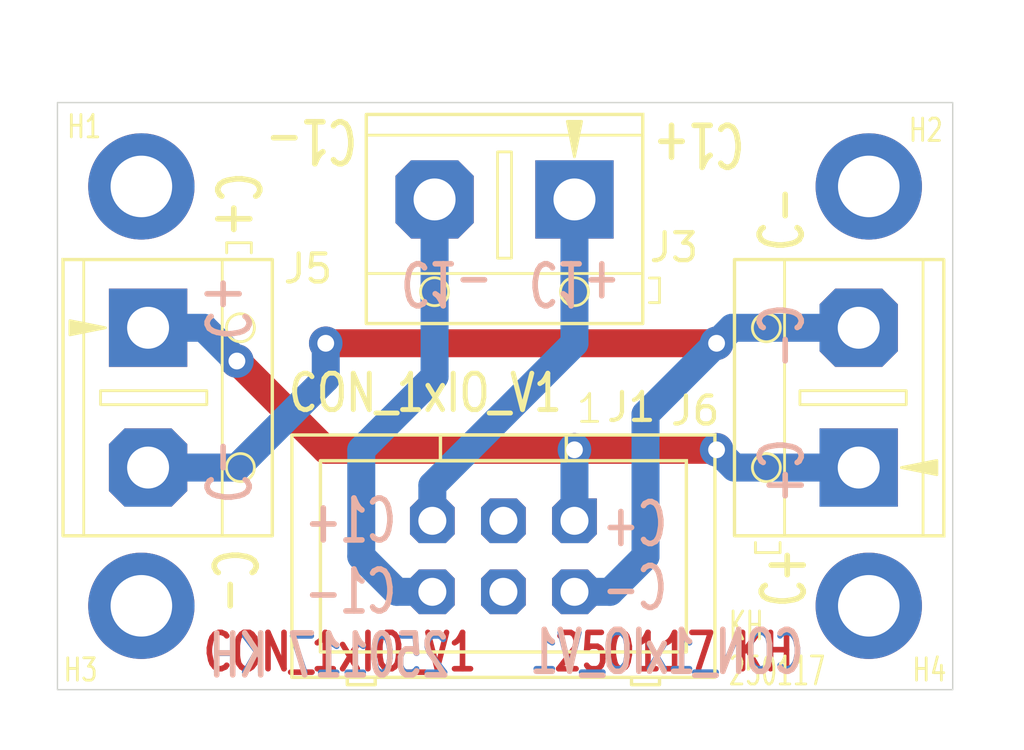
<source format=kicad_pcb>
(kicad_pcb (version 20240108) (generator "pcbnew") (generator_version "8.0")
  (layers (0 "F.Cu" signal) (31 "B.Cu" signal) (34 "B.Paste" user) (35 "F.Paste" user) (36 "B.SilkS" user "B.Silkscreen") (37 "F.SilkS" user "F.Silkscreen") (38 "B.Mask" user) (39 "F.Mask" user) (44 "Edge.Cuts" user))
  (net 0 "")
  (net 2 "/C+")
  (net 3 "/C1+")
  (net 4 "/C1-")
  (net 5 "/C-")
  (footprint "_kh_library:MountingHole_2.2mm_M2_Pad_TopBottom_kh" (layer "F.Cu") (at 79.1 64)
    (property "Reference" "H4" (at 2.166 2.294 0) (layer "F.SilkS") (effects (font (size 0.8 0.6) (thickness 0.1) (bold yes))))
    (property "Value" "MountingHole")
    (pad "1" thru_hole circle (at 0 0) (size 2.6 2.6) (drill 2.2) (layers "*.Cu" "*.Mask"))
    (pad "1" connect circle (at 0 0) (size 3.8 3.8) (layers "F.Cu" "F.Mask"))
    (pad "1" connect circle (at 0 0) (size 3.8 3.8) (layers "B.Cu" "B.Mask"))
  )
  (footprint "_kh_library:MountingHole_2.2mm_M2_Pad_TopBottom_kh" (layer "F.Cu") (at 53.1 64)
    (property "Reference" "H3" (at -2.173 2.294 0) (layer "F.SilkS") (effects (font (size 0.8 0.6) (thickness 0.1))))
    (property "Value" "MountingHole")
    (pad "1" thru_hole circle (at 0 0) (size 2.6 2.6) (drill 2.2) (layers "*.Cu" "*.Mask"))
    (pad "1" connect circle (at 0 0) (size 3.8 3.8) (layers "F.Cu" "F.Mask"))
    (pad "1" connect circle (at 0 0) (size 3.8 3.8) (layers "B.Cu" "B.Mask"))
  )
  (footprint "_kh_library:Screw_Terminal_01x02_P5" (layer "F.Cu") (at 78.74 59.055 180)
    (property "Reference" "J6" (at 5.842 2.032 180) (layer "F.SilkS"))
    (property "Value" "Screw_Terminal_01x02_P5")
    (fp_line (start 3.69 -3.04) (end 3.69 -2.68) (stroke (width 0.1)) (layer "F.SilkS"))
    (fp_line (start 2.81 -3.04) (end 3.69 -3.04) (stroke (width 0.1)) (layer "F.SilkS"))
    (fp_line (start 2.81 -3.04) (end 2.81 -2.68) (stroke (width 0.1)) (layer "F.SilkS"))
    (fp_line (start 2.65 -2.44) (end 2.65 7.44) (stroke (width 0.1)) (layer "F.SilkS"))
    (fp_line (start -2.3 -2.44) (end -2.3 7.44) (stroke (width 0.1)) (layer "F.SilkS"))
    (fp_rect (start -1.7 2.25) (end 2.1 2.75) (stroke (width 0.1)) (fill none) (layer "F.SilkS"))
    (fp_rect (start -3.04 -2.44) (end 4.44 7.44) (stroke (width 0.12)) (fill none) (layer "F.SilkS"))
    (fp_circle (center 3.3 5) (end 3.8 5) (stroke (width 0.1)) (fill none) (layer "F.SilkS"))
    (fp_circle (center 3.3 0) (end 3.8 0) (stroke (width 0.1)) (fill none) (layer "F.SilkS"))
    (fp_poly (pts (xy -2.794 -0.254) (xy -1.524 0) (xy -2.794 0.254)) (stroke (width 0.1)) (fill solid) (layer "F.SilkS"))
    (pad "1" thru_hole rect (at 0 0 180) (size 2.8 2.8) (drill 1.5) (layers "*.Cu" "*.Mask") (net 2 "/C+"))
    (pad "2" thru_hole roundrect (at 0 5 180) (size 2.8 2.8) (drill 1.5) (layers "*.Cu" "*.Mask") (roundrect_rratio 0) (chamfer_ratio 0.2) (chamfer top_left top_right bottom_left bottom_right) (net 5 "/C-"))
  )
  (footprint "_kh_library:Screw_Terminal_01x02_P5" (layer "F.Cu") (at 53.34 54.055)
    (property "Reference" "J5" (at 5.715 -2.112 180) (layer "F.SilkS"))
    (property "Value" "Screw_Terminal_01x02_P5")
    (fp_line (start -2.3 -2.44) (end -2.3 7.44) (stroke (width 0.1)) (layer "F.SilkS"))
    (fp_line (start 2.65 -2.44) (end 2.65 7.44) (stroke (width 0.1)) (layer "F.SilkS"))
    (fp_line (start 2.81 -3.04) (end 2.81 -2.68) (stroke (width 0.1)) (layer "F.SilkS"))
    (fp_line (start 2.81 -3.04) (end 3.69 -3.04) (stroke (width 0.1)) (layer "F.SilkS"))
    (fp_line (start 3.69 -3.04) (end 3.69 -2.68) (stroke (width 0.1)) (layer "F.SilkS"))
    (fp_rect (start -3.04 -2.44) (end 4.44 7.44) (stroke (width 0.12)) (fill none) (layer "F.SilkS"))
    (fp_rect (start -1.7 2.25) (end 2.1 2.75) (stroke (width 0.1)) (fill none) (layer "F.SilkS"))
    (fp_circle (center 3.3 0) (end 3.8 0) (stroke (width 0.1)) (fill none) (layer "F.SilkS"))
    (fp_circle (center 3.3 5) (end 3.8 5) (stroke (width 0.1)) (fill none) (layer "F.SilkS"))
    (fp_poly (pts (xy -2.794 -0.254) (xy -1.524 0) (xy -2.794 0.254)) (stroke (width 0.1)) (fill solid) (layer "F.SilkS"))
    (pad "1" thru_hole rect (at 0 0) (size 2.8 2.8) (drill 1.5) (layers "*.Cu" "*.Mask") (net 2 "/C+"))
    (pad "2" thru_hole roundrect (at 0 5) (size 2.8 2.8) (drill 1.5) (layers "*.Cu" "*.Mask") (roundrect_rratio 0) (chamfer_ratio 0.2) (chamfer top_left top_right bottom_left bottom_right) (net 5 "/C-"))
  )
  (footprint "_kh_library:MountingHole_2.2mm_M2_Pad_TopBottom_kh" (layer "F.Cu") (at 53.1 49)
    (property "Reference" "H1" (at -2.046 -2.137 0) (layer "F.SilkS") (effects (font (size 0.8 0.6) (thickness 0.1))))
    (property "Value" "MountingHole")
    (pad "1" thru_hole circle (at 0 0) (size 2.6 2.6) (drill 2.2) (layers "*.Cu" "*.Mask"))
    (pad "1" connect circle (at 0 0) (size 3.8 3.8) (layers "F.Cu" "F.Mask"))
    (pad "1" connect circle (at 0 0) (size 3.8 3.8) (layers "B.Cu" "B.Mask"))
  )
  (footprint "_kh_library:Box_02x03_P2.54mm_Vertical_kh" (layer "F.Cu") (at 68.58 60.96 180)
    (property "Reference" "J1" (at -2.032 4.064 0) (layer "F.SilkS"))
    (property "Value" "Box_02x03_P2.54_Vertical")
    (fp_rect (start 7.12 -5.6) (end 8.12 -5.86) (stroke (width 0.12)) (fill none) (layer "F.SilkS"))
    (fp_rect (start 0.29 3.07) (end 4.79 2.15) (stroke (width 0.12)) (fill none) (layer "F.SilkS"))
    (fp_rect (start -3.04 -5.6) (end -2.04 -5.86) (stroke (width 0.12)) (fill none) (layer "F.SilkS"))
    (fp_rect (start -4 2.15) (end 9.08 -4.69) (stroke (width 0.12)) (fill none) (layer "F.SilkS"))
    (fp_rect (start -5.02 3.07) (end 10.1 -5.6) (stroke (width 0.12)) (fill none) (layer "F.SilkS"))
    (fp_text user "1" (at 0 3.429 0) (layer "F.SilkS") (effects (font (thickness 0.1)) (justify left bottom)))
    (pad "1" thru_hole roundrect (at 0 0 180) (size 1.6 1.6) (drill 1) (layers "*.Cu" "*.Mask") (roundrect_rratio 0) (chamfer_ratio 0.2) (chamfer top_left top_right bottom_right) (net 2 "/C+"))
    (pad "2" thru_hole roundrect (at 0 -2.54 180) (size 1.6 1.6) (drill 1) (layers "*.Cu" "*.Mask") (roundrect_rratio 0) (chamfer_ratio 0.2) (chamfer top_left top_right bottom_left bottom_right) (net 5 "/C-"))
    (pad "3" thru_hole roundrect (at 2.54 0 180) (size 1.6 1.6) (drill 1) (layers "*.Cu" "*.Mask") (roundrect_rratio 0) (chamfer_ratio 0.2) (chamfer top_left top_right bottom_left bottom_right))
    (pad "4" thru_hole roundrect (at 2.54 -2.54 180) (size 1.6 1.6) (drill 1) (layers "*.Cu" "*.Mask") (roundrect_rratio 0) (chamfer_ratio 0.2) (chamfer top_left top_right bottom_left bottom_right))
    (pad "5" thru_hole roundrect (at 5.08 0 180) (size 1.6 1.6) (drill 1) (layers "*.Cu" "*.Mask") (roundrect_rratio 0) (chamfer_ratio 0.2) (chamfer top_left top_right bottom_left bottom_right) (net 3 "/C1+"))
    (pad "6" thru_hole roundrect (at 5.08 -2.54 180) (size 1.6 1.6) (drill 1) (layers "*.Cu" "*.Mask") (roundrect_rratio 0) (chamfer_ratio 0.2) (chamfer top_left top_right bottom_left bottom_right) (net 4 "/C1-"))
  )
  (footprint "_kh_library:Screw_Terminal_01x02_P5" (layer "F.Cu") (at 68.58 49.465 -90)
    (property "Reference" "J3" (at 1.716 -3.556 0) (layer "F.SilkS"))
    (property "Value" "Screw_Terminal_01x02_P5")
    (fp_line (start -2.3 -2.44) (end -2.3 7.44) (stroke (width 0.1)) (layer "F.SilkS"))
    (fp_line (start 2.65 -2.44) (end 2.65 7.44) (stroke (width 0.1)) (layer "F.SilkS"))
    (fp_line (start 2.81 -3.04) (end 2.81 -2.68) (stroke (width 0.1)) (layer "F.SilkS"))
    (fp_line (start 2.81 -3.04) (end 3.69 -3.04) (stroke (width 0.1)) (layer "F.SilkS"))
    (fp_line (start 3.69 -3.04) (end 3.69 -2.68) (stroke (width 0.1)) (layer "F.SilkS"))
    (fp_rect (start -1.7 2.25) (end 2.1 2.75) (stroke (width 0.1)) (fill none) (layer "F.SilkS"))
    (fp_rect (start -3.04 -2.44) (end 4.44 7.44) (stroke (width 0.12)) (fill none) (layer "F.SilkS"))
    (fp_circle (center 3.3 5) (end 3.8 5) (stroke (width 0.1)) (fill none) (layer "F.SilkS"))
    (fp_circle (center 3.3 0) (end 3.8 0) (stroke (width 0.1)) (fill none) (layer "F.SilkS"))
    (fp_poly (pts (xy -2.794 -0.254) (xy -1.524 0) (xy -2.794 0.254)) (stroke (width 0.1)) (fill solid) (layer "F.SilkS"))
    (pad "1" thru_hole rect (at 0 0 270) (size 2.8 2.8) (drill 1.5) (layers "*.Cu" "*.Mask") (net 3 "/C1+"))
    (pad "2" thru_hole roundrect (at 0 5 270) (size 2.8 2.8) (drill 1.5) (layers "*.Cu" "*.Mask") (roundrect_rratio 0) (chamfer_ratio 0.2) (chamfer top_left top_right bottom_left bottom_right) (net 4 "/C1-"))
  )
  (footprint "_kh_library:MountingHole_2.2mm_M2_Pad_TopBottom_kh" (layer "F.Cu") (at 79.1 49)
    (property "Reference" "H2" (at 2.039 -2.01 0) (layer "F.SilkS") (effects (font (size 0.8 0.6) (thickness 0.1) (bold yes))))
    (property "Value" "MountingHole")
    (pad "1" thru_hole circle (at 0 0) (size 2.6 2.6) (drill 2.2) (layers "*.Cu" "*.Mask"))
    (pad "1" connect circle (at 0 0) (size 3.8 3.8) (layers "F.Cu" "F.Mask"))
    (pad "1" connect circle (at 0 0) (size 3.8 3.8) (layers "B.Cu" "B.Mask"))
  )
  (gr_rect (start 50.1 46) (end 82.1 67) (stroke (width 0.05)) (fill none) (layer "Edge.Cuts"))
  (gr_text "250117 KH" (at 72.136 65.659 0) (layer "F.Cu") (effects (font (size 1.3 1) (thickness 0.2) (bold yes))))
  (gr_text "CON_1xIO_V1" (at 60.198 65.659 0) (layer "F.Cu") (effects (font (size 1.3 1) (thickness 0.2) (bold yes))))
  (gr_text "250117 KH" (at 59.817 65.786 0) (layer "B.Cu") (effects (font (size 1.3 1) (thickness 0.2) (bold yes)) (justify mirror)))
  (gr_text "CON_1xIO_V1" (at 71.882 65.659 0) (layer "B.Cu") (effects (font (size 1.3 1) (thickness 0.2) (bold yes)) (justify mirror)))
  (gr_text "CON_1xIO_V1" (at 71.882 65.659 0) (layer "B.SilkS") (effects (font (size 1.5 1) (thickness 0.2) (bold yes)) (justify mirror)))
  (gr_text "C-" (at 76 54.356 90) (layer "B.SilkS") (effects (font (size 1.5 1) (thickness 0.2) (bold yes)) (justify mirror)))
  (gr_text "250117 KH" (at 59.817 65.786 0) (layer "B.SilkS") (effects (font (size 1.5 1) (thickness 0.2) (bold yes)) (justify mirror)))
  (gr_text "C+" (at 76 59.182 90) (layer "B.SilkS") (effects (font (size 1.5 1) (thickness 0.2) (bold yes)) (justify mirror)))
  (gr_text "C1+" (at 68.58 52.451 180) (layer "B.SilkS") (effects (font (size 1.5 1) (thickness 0.2) (bold yes)) (justify mirror)))
  (gr_text "C+" (at 56.134 53.34 270) (layer "B.SilkS") (effects (font (size 1.5 1) (thickness 0.2) (bold yes)) (justify mirror)))
  (gr_text "C-" (at 56.134 59.182 270) (layer "B.SilkS") (effects (font (size 1.5 1) (thickness 0.2) (bold yes)) (justify mirror)))
  (gr_text "C-" (at 70.739 63.373 0) (layer "B.SilkS") (effects (font (size 1.5 1) (thickness 0.2) (bold yes)) (justify mirror)))
  (gr_text "C1-" (at 60.579 63.5 0) (layer "B.SilkS") (effects (font (size 1.5 1) (thickness 0.2) (bold yes)) (justify mirror)))
  (gr_text "C1-" (at 64.008 52.451 180) (layer "B.SilkS") (effects (font (size 1.5 1) (thickness 0.2) (bold yes)) (justify mirror)))
  (gr_text "C+" (at 70.739 61.087 0) (layer "B.SilkS") (effects (font (size 1.5 1) (thickness 0.2) (bold yes)) (justify mirror)))
  (gr_text "C1+" (at 60.579 60.96 0) (layer "B.SilkS") (effects (font (size 1.5 1) (thickness 0.2) (bold yes)) (justify mirror)))
  (gr_text "C-" (at 76 50.165 90) (layer "F.SilkS") (effects (font (size 1.5 1) (thickness 0.2) (bold yes))))
  (gr_text "CON_1xIO_V1" (at 63.246 56.388 0) (layer "F.SilkS") (effects (font (size 1.3 1) (thickness 0.175) (bold yes))))
  (gr_text "C+" (at 76.073 62.992 90) (layer "F.SilkS") (effects (font (size 1.5 0.9) (thickness 0.2) (bold yes))))
  (gr_text "C-" (at 56.388 63.119 270) (layer "F.SilkS") (effects (font (size 1.5 1) (thickness 0.2) (bold yes))))
  (gr_text "KH\n250117" (at 74.041 65.532 0) (layer "F.SilkS") (effects (font (size 1 0.6) (thickness 0.1)) (justify left)))
  (gr_text "C1+" (at 73.025 47.498 180) (layer "F.SilkS") (effects (font (size 1.5 1) (thickness 0.2) (bold yes))))
  (gr_text "C+" (at 56.515 49.657 270) (layer "F.SilkS") (effects (font (size 1.5 1) (thickness 0.2) (bold yes))))
  (gr_text "C1-" (at 59.182 47.371 180) (layer "F.SilkS") (effects (font (size 1.5 1) (thickness 0.2) (bold yes))))
  (segment (start 59.69 58.42) (end 68.58 58.42) (width 1) (layer "F.Cu") (net 2))
  (segment (start 56.515 55.245) (end 59.69 58.42) (width 1) (layer "F.Cu") (net 2))
  (segment (start 68.58 58.42) (end 73.66 58.42) (width 1) (layer "F.Cu") (net 2))
  (via (at 56.515 55.245) (size 1.2) (drill 0.6) (layers "F.Cu" "B.Cu") (net 2))
  (via (at 73.66 58.42) (size 1.2) (drill 0.6) (layers "F.Cu" "B.Cu") (net 2))
  (via (at 68.58 58.42) (size 1.2) (drill 0.6) (layers "F.Cu" "B.Cu") (net 2))
  (segment (start 56.515 55.245) (end 55.325 54.055) (width 1) (layer "B.Cu") (net 2))
  (segment (start 68.58 60.96) (end 68.58 58.42) (width 1) (layer "B.Cu") (net 2))
  (segment (start 78.74 59.055) (end 74.295 59.055) (width 1) (layer "B.Cu") (net 2))
  (segment (start 55.325 54.055) (end 53.34 54.055) (width 1) (layer "B.Cu") (net 2))
  (segment (start 74.295 59.055) (end 73.66 58.42) (width 1) (layer "B.Cu") (net 2))
  (segment (start 63.5 60.96) (end 63.5 59.69) (width 1) (layer "B.Cu") (net 3))
  (segment (start 68.58 54.61) (end 68.58 49.784) (width 1) (layer "B.Cu") (net 3))
  (segment (start 63.5 59.69) (end 68.58 54.61) (width 1) (layer "B.Cu") (net 3))
  (segment (start 60.96 62.23) (end 62.23 63.5) (width 1) (layer "B.Cu") (net 4))
  (segment (start 63.58 49.465) (end 63.58 55.8) (width 1) (layer "B.Cu") (net 4))
  (segment (start 62.23 63.5) (end 63.5 63.5) (width 1) (layer "B.Cu") (net 4))
  (segment (start 63.58 55.8) (end 60.96 58.42) (width 1) (layer "B.Cu") (net 4))
  (segment (start 60.96 58.42) (end 60.96 62.23) (width 1) (layer "B.Cu") (net 4))
  (segment (start 59.69 54.61) (end 73.66 54.61) (width 1) (layer "F.Cu") (net 5))
  (via (at 59.69 54.61) (size 1.2) (drill 0.6) (layers "F.Cu" "B.Cu") (net 5))
  (via (at 73.66 54.61) (size 1.2) (drill 0.6) (layers "F.Cu" "B.Cu") (net 5))
  (segment (start 69.85 63.5) (end 68.58 63.5) (width 1) (layer "B.Cu") (net 5))
  (segment (start 74.215 54.055) (end 78.74 54.055) (width 1) (layer "B.Cu") (net 5))
  (segment (start 53.34 59.055) (end 56.515 59.055) (width 1) (layer "B.Cu") (net 5))
  (segment (start 73.66 54.61) (end 74.215 54.055) (width 1) (layer "B.Cu") (net 5))
  (segment (start 59.69 55.88) (end 59.69 54.61) (width 1) (layer "B.Cu") (net 5))
  (segment (start 73.66 54.61) (end 71.12 57.15) (width 1) (layer "B.Cu") (net 5))
  (segment (start 71.12 57.15) (end 71.12 62.23) (width 1) (layer "B.Cu") (net 5))
  (segment (start 71.12 62.23) (end 69.85 63.5) (width 1) (layer "B.Cu") (net 5))
  (segment (start 56.515 59.055) (end 59.69 55.88) (width 1) (layer "B.Cu") (net 5))
)
</source>
